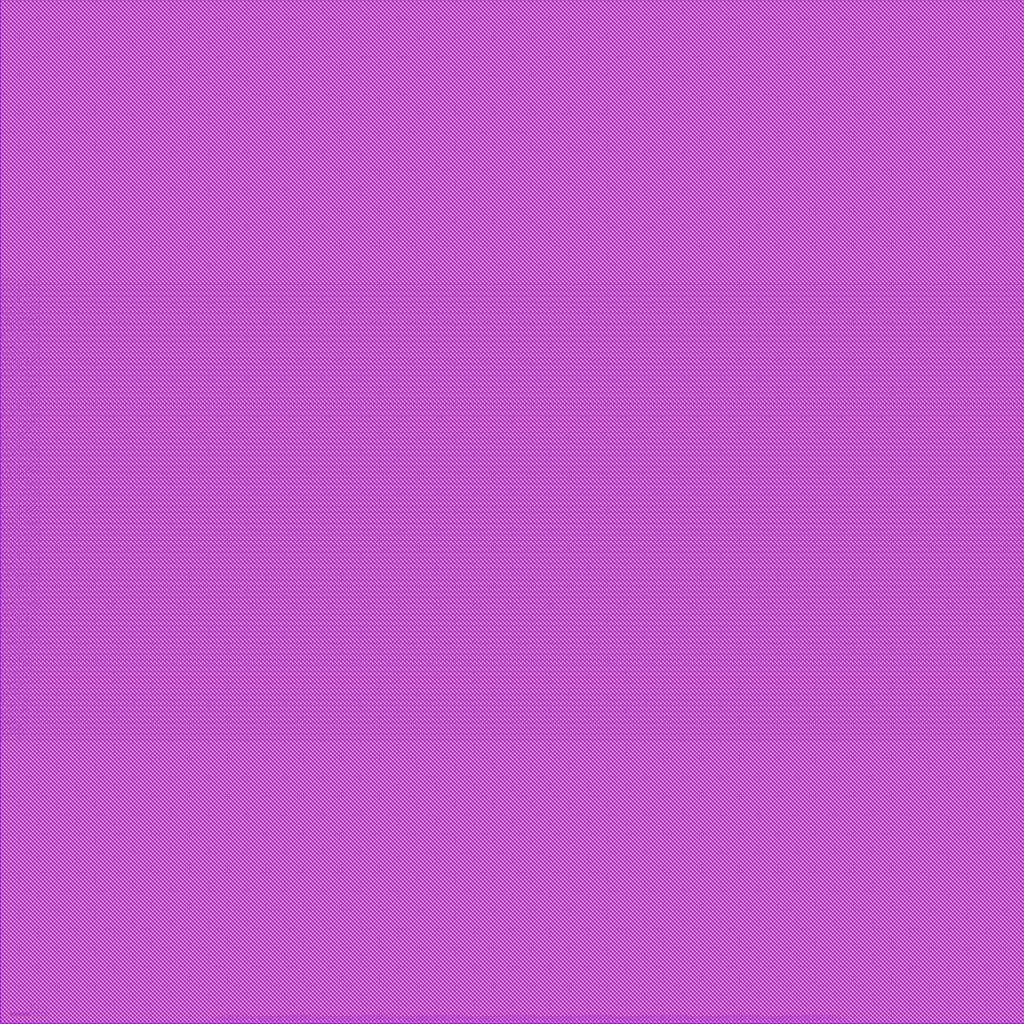
<source format=lef>
##
## LEF for PtnCells ;
## created by Innovus v15.23-s045_1 on Sun Mar 16 13:55:00 2025
##

VERSION 5.8 ;

BUSBITCHARS "[]" ;
DIVIDERCHAR "/" ;

MACRO core
  CLASS BLOCK ;
  SIZE 540.0000 BY 540.0000 ;
  FOREIGN core 0.0000 0.0000 ;
  ORIGIN 0 0 ;
  SYMMETRY X Y R90 ;
  PIN clk
    DIRECTION INPUT ;
    USE SIGNAL ;
    PORT
      LAYER M1 ;
        RECT 267.2550 539.5300 267.3450 540.0000 ;
    END
  END clk
  PIN mem_in[63]
    DIRECTION INPUT ;
    USE SIGNAL ;
    PORT
      LAYER M2 ;
        RECT 0.0000 389.7500 0.5200 389.8500 ;
    END
  END mem_in[63]
  PIN mem_in[62]
    DIRECTION INPUT ;
    USE SIGNAL ;
    PORT
      LAYER M2 ;
        RECT 0.0000 386.7500 0.5200 386.8500 ;
    END
  END mem_in[62]
  PIN mem_in[61]
    DIRECTION INPUT ;
    USE SIGNAL ;
    PORT
      LAYER M2 ;
        RECT 0.0000 383.7500 0.5200 383.8500 ;
    END
  END mem_in[61]
  PIN mem_in[60]
    DIRECTION INPUT ;
    USE SIGNAL ;
    PORT
      LAYER M2 ;
        RECT 0.0000 380.7500 0.5200 380.8500 ;
    END
  END mem_in[60]
  PIN mem_in[59]
    DIRECTION INPUT ;
    USE SIGNAL ;
    PORT
      LAYER M2 ;
        RECT 0.0000 377.7500 0.5200 377.8500 ;
    END
  END mem_in[59]
  PIN mem_in[58]
    DIRECTION INPUT ;
    USE SIGNAL ;
    PORT
      LAYER M2 ;
        RECT 0.0000 374.7500 0.5200 374.8500 ;
    END
  END mem_in[58]
  PIN mem_in[57]
    DIRECTION INPUT ;
    USE SIGNAL ;
    PORT
      LAYER M2 ;
        RECT 0.0000 371.7500 0.5200 371.8500 ;
    END
  END mem_in[57]
  PIN mem_in[56]
    DIRECTION INPUT ;
    USE SIGNAL ;
    PORT
      LAYER M2 ;
        RECT 0.0000 368.7500 0.5200 368.8500 ;
    END
  END mem_in[56]
  PIN mem_in[55]
    DIRECTION INPUT ;
    USE SIGNAL ;
    PORT
      LAYER M2 ;
        RECT 0.0000 365.7500 0.5200 365.8500 ;
    END
  END mem_in[55]
  PIN mem_in[54]
    DIRECTION INPUT ;
    USE SIGNAL ;
    PORT
      LAYER M2 ;
        RECT 0.0000 362.7500 0.5200 362.8500 ;
    END
  END mem_in[54]
  PIN mem_in[53]
    DIRECTION INPUT ;
    USE SIGNAL ;
    PORT
      LAYER M2 ;
        RECT 0.0000 359.7500 0.5200 359.8500 ;
    END
  END mem_in[53]
  PIN mem_in[52]
    DIRECTION INPUT ;
    USE SIGNAL ;
    PORT
      LAYER M2 ;
        RECT 0.0000 356.7500 0.5200 356.8500 ;
    END
  END mem_in[52]
  PIN mem_in[51]
    DIRECTION INPUT ;
    USE SIGNAL ;
    PORT
      LAYER M2 ;
        RECT 0.0000 353.7500 0.5200 353.8500 ;
    END
  END mem_in[51]
  PIN mem_in[50]
    DIRECTION INPUT ;
    USE SIGNAL ;
    PORT
      LAYER M2 ;
        RECT 0.0000 350.7500 0.5200 350.8500 ;
    END
  END mem_in[50]
  PIN mem_in[49]
    DIRECTION INPUT ;
    USE SIGNAL ;
    PORT
      LAYER M2 ;
        RECT 0.0000 347.7500 0.5200 347.8500 ;
    END
  END mem_in[49]
  PIN mem_in[48]
    DIRECTION INPUT ;
    USE SIGNAL ;
    PORT
      LAYER M2 ;
        RECT 0.0000 344.7500 0.5200 344.8500 ;
    END
  END mem_in[48]
  PIN mem_in[47]
    DIRECTION INPUT ;
    USE SIGNAL ;
    PORT
      LAYER M2 ;
        RECT 0.0000 341.7500 0.5200 341.8500 ;
    END
  END mem_in[47]
  PIN mem_in[46]
    DIRECTION INPUT ;
    USE SIGNAL ;
    PORT
      LAYER M2 ;
        RECT 0.0000 338.7500 0.5200 338.8500 ;
    END
  END mem_in[46]
  PIN mem_in[45]
    DIRECTION INPUT ;
    USE SIGNAL ;
    PORT
      LAYER M2 ;
        RECT 0.0000 335.7500 0.5200 335.8500 ;
    END
  END mem_in[45]
  PIN mem_in[44]
    DIRECTION INPUT ;
    USE SIGNAL ;
    PORT
      LAYER M2 ;
        RECT 0.0000 332.7500 0.5200 332.8500 ;
    END
  END mem_in[44]
  PIN mem_in[43]
    DIRECTION INPUT ;
    USE SIGNAL ;
    PORT
      LAYER M2 ;
        RECT 0.0000 329.7500 0.5200 329.8500 ;
    END
  END mem_in[43]
  PIN mem_in[42]
    DIRECTION INPUT ;
    USE SIGNAL ;
    PORT
      LAYER M2 ;
        RECT 0.0000 326.7500 0.5200 326.8500 ;
    END
  END mem_in[42]
  PIN mem_in[41]
    DIRECTION INPUT ;
    USE SIGNAL ;
    PORT
      LAYER M2 ;
        RECT 0.0000 323.7500 0.5200 323.8500 ;
    END
  END mem_in[41]
  PIN mem_in[40]
    DIRECTION INPUT ;
    USE SIGNAL ;
    PORT
      LAYER M2 ;
        RECT 0.0000 320.7500 0.5200 320.8500 ;
    END
  END mem_in[40]
  PIN mem_in[39]
    DIRECTION INPUT ;
    USE SIGNAL ;
    PORT
      LAYER M2 ;
        RECT 0.0000 317.7500 0.5200 317.8500 ;
    END
  END mem_in[39]
  PIN mem_in[38]
    DIRECTION INPUT ;
    USE SIGNAL ;
    PORT
      LAYER M2 ;
        RECT 0.0000 314.7500 0.5200 314.8500 ;
    END
  END mem_in[38]
  PIN mem_in[37]
    DIRECTION INPUT ;
    USE SIGNAL ;
    PORT
      LAYER M2 ;
        RECT 0.0000 311.7500 0.5200 311.8500 ;
    END
  END mem_in[37]
  PIN mem_in[36]
    DIRECTION INPUT ;
    USE SIGNAL ;
    PORT
      LAYER M2 ;
        RECT 0.0000 308.7500 0.5200 308.8500 ;
    END
  END mem_in[36]
  PIN mem_in[35]
    DIRECTION INPUT ;
    USE SIGNAL ;
    PORT
      LAYER M2 ;
        RECT 0.0000 305.7500 0.5200 305.8500 ;
    END
  END mem_in[35]
  PIN mem_in[34]
    DIRECTION INPUT ;
    USE SIGNAL ;
    PORT
      LAYER M2 ;
        RECT 0.0000 302.7500 0.5200 302.8500 ;
    END
  END mem_in[34]
  PIN mem_in[33]
    DIRECTION INPUT ;
    USE SIGNAL ;
    PORT
      LAYER M2 ;
        RECT 0.0000 299.7500 0.5200 299.8500 ;
    END
  END mem_in[33]
  PIN mem_in[32]
    DIRECTION INPUT ;
    USE SIGNAL ;
    PORT
      LAYER M2 ;
        RECT 0.0000 296.7500 0.5200 296.8500 ;
    END
  END mem_in[32]
  PIN mem_in[31]
    DIRECTION INPUT ;
    USE SIGNAL ;
    PORT
      LAYER M2 ;
        RECT 0.0000 293.7500 0.5200 293.8500 ;
    END
  END mem_in[31]
  PIN mem_in[30]
    DIRECTION INPUT ;
    USE SIGNAL ;
    PORT
      LAYER M2 ;
        RECT 0.0000 290.7500 0.5200 290.8500 ;
    END
  END mem_in[30]
  PIN mem_in[29]
    DIRECTION INPUT ;
    USE SIGNAL ;
    PORT
      LAYER M2 ;
        RECT 0.0000 287.7500 0.5200 287.8500 ;
    END
  END mem_in[29]
  PIN mem_in[28]
    DIRECTION INPUT ;
    USE SIGNAL ;
    PORT
      LAYER M2 ;
        RECT 0.0000 284.7500 0.5200 284.8500 ;
    END
  END mem_in[28]
  PIN mem_in[27]
    DIRECTION INPUT ;
    USE SIGNAL ;
    PORT
      LAYER M2 ;
        RECT 0.0000 281.7500 0.5200 281.8500 ;
    END
  END mem_in[27]
  PIN mem_in[26]
    DIRECTION INPUT ;
    USE SIGNAL ;
    PORT
      LAYER M2 ;
        RECT 0.0000 278.7500 0.5200 278.8500 ;
    END
  END mem_in[26]
  PIN mem_in[25]
    DIRECTION INPUT ;
    USE SIGNAL ;
    PORT
      LAYER M2 ;
        RECT 0.0000 275.7500 0.5200 275.8500 ;
    END
  END mem_in[25]
  PIN mem_in[24]
    DIRECTION INPUT ;
    USE SIGNAL ;
    PORT
      LAYER M2 ;
        RECT 0.0000 272.7500 0.5200 272.8500 ;
    END
  END mem_in[24]
  PIN mem_in[23]
    DIRECTION INPUT ;
    USE SIGNAL ;
    PORT
      LAYER M2 ;
        RECT 0.0000 269.7500 0.5200 269.8500 ;
    END
  END mem_in[23]
  PIN mem_in[22]
    DIRECTION INPUT ;
    USE SIGNAL ;
    PORT
      LAYER M2 ;
        RECT 0.0000 266.7500 0.5200 266.8500 ;
    END
  END mem_in[22]
  PIN mem_in[21]
    DIRECTION INPUT ;
    USE SIGNAL ;
    PORT
      LAYER M2 ;
        RECT 0.0000 263.7500 0.5200 263.8500 ;
    END
  END mem_in[21]
  PIN mem_in[20]
    DIRECTION INPUT ;
    USE SIGNAL ;
    PORT
      LAYER M2 ;
        RECT 0.0000 260.7500 0.5200 260.8500 ;
    END
  END mem_in[20]
  PIN mem_in[19]
    DIRECTION INPUT ;
    USE SIGNAL ;
    PORT
      LAYER M2 ;
        RECT 0.0000 257.7500 0.5200 257.8500 ;
    END
  END mem_in[19]
  PIN mem_in[18]
    DIRECTION INPUT ;
    USE SIGNAL ;
    PORT
      LAYER M2 ;
        RECT 0.0000 254.7500 0.5200 254.8500 ;
    END
  END mem_in[18]
  PIN mem_in[17]
    DIRECTION INPUT ;
    USE SIGNAL ;
    PORT
      LAYER M2 ;
        RECT 0.0000 251.7500 0.5200 251.8500 ;
    END
  END mem_in[17]
  PIN mem_in[16]
    DIRECTION INPUT ;
    USE SIGNAL ;
    PORT
      LAYER M2 ;
        RECT 0.0000 248.7500 0.5200 248.8500 ;
    END
  END mem_in[16]
  PIN mem_in[15]
    DIRECTION INPUT ;
    USE SIGNAL ;
    PORT
      LAYER M2 ;
        RECT 0.0000 245.7500 0.5200 245.8500 ;
    END
  END mem_in[15]
  PIN mem_in[14]
    DIRECTION INPUT ;
    USE SIGNAL ;
    PORT
      LAYER M2 ;
        RECT 0.0000 242.7500 0.5200 242.8500 ;
    END
  END mem_in[14]
  PIN mem_in[13]
    DIRECTION INPUT ;
    USE SIGNAL ;
    PORT
      LAYER M2 ;
        RECT 0.0000 239.7500 0.5200 239.8500 ;
    END
  END mem_in[13]
  PIN mem_in[12]
    DIRECTION INPUT ;
    USE SIGNAL ;
    PORT
      LAYER M2 ;
        RECT 0.0000 236.7500 0.5200 236.8500 ;
    END
  END mem_in[12]
  PIN mem_in[11]
    DIRECTION INPUT ;
    USE SIGNAL ;
    PORT
      LAYER M2 ;
        RECT 0.0000 233.7500 0.5200 233.8500 ;
    END
  END mem_in[11]
  PIN mem_in[10]
    DIRECTION INPUT ;
    USE SIGNAL ;
    PORT
      LAYER M2 ;
        RECT 0.0000 230.7500 0.5200 230.8500 ;
    END
  END mem_in[10]
  PIN mem_in[9]
    DIRECTION INPUT ;
    USE SIGNAL ;
    PORT
      LAYER M2 ;
        RECT 0.0000 227.7500 0.5200 227.8500 ;
    END
  END mem_in[9]
  PIN mem_in[8]
    DIRECTION INPUT ;
    USE SIGNAL ;
    PORT
      LAYER M2 ;
        RECT 0.0000 224.7500 0.5200 224.8500 ;
    END
  END mem_in[8]
  PIN mem_in[7]
    DIRECTION INPUT ;
    USE SIGNAL ;
    PORT
      LAYER M2 ;
        RECT 0.0000 221.7500 0.5200 221.8500 ;
    END
  END mem_in[7]
  PIN mem_in[6]
    DIRECTION INPUT ;
    USE SIGNAL ;
    PORT
      LAYER M2 ;
        RECT 0.0000 218.7500 0.5200 218.8500 ;
    END
  END mem_in[6]
  PIN mem_in[5]
    DIRECTION INPUT ;
    USE SIGNAL ;
    PORT
      LAYER M2 ;
        RECT 0.0000 215.7500 0.5200 215.8500 ;
    END
  END mem_in[5]
  PIN mem_in[4]
    DIRECTION INPUT ;
    USE SIGNAL ;
    PORT
      LAYER M2 ;
        RECT 0.0000 212.7500 0.5200 212.8500 ;
    END
  END mem_in[4]
  PIN mem_in[3]
    DIRECTION INPUT ;
    USE SIGNAL ;
    PORT
      LAYER M2 ;
        RECT 0.0000 209.7500 0.5200 209.8500 ;
    END
  END mem_in[3]
  PIN mem_in[2]
    DIRECTION INPUT ;
    USE SIGNAL ;
    PORT
      LAYER M2 ;
        RECT 0.0000 206.7500 0.5200 206.8500 ;
    END
  END mem_in[2]
  PIN mem_in[1]
    DIRECTION INPUT ;
    USE SIGNAL ;
    PORT
      LAYER M2 ;
        RECT 0.0000 203.7500 0.5200 203.8500 ;
    END
  END mem_in[1]
  PIN mem_in[0]
    DIRECTION INPUT ;
    USE SIGNAL ;
    PORT
      LAYER M2 ;
        RECT 0.0000 200.7500 0.5200 200.8500 ;
    END
  END mem_in[0]
  PIN out[159]
    DIRECTION OUTPUT ;
    USE SIGNAL ;
    PORT
      LAYER M1 ;
        RECT 428.8550 0.0000 428.9450 0.4700 ;
    END
  END out[159]
  PIN out[158]
    DIRECTION OUTPUT ;
    USE SIGNAL ;
    PORT
      LAYER M1 ;
        RECT 426.8550 0.0000 426.9450 0.4700 ;
    END
  END out[158]
  PIN out[157]
    DIRECTION OUTPUT ;
    USE SIGNAL ;
    PORT
      LAYER M1 ;
        RECT 424.8550 0.0000 424.9450 0.4700 ;
    END
  END out[157]
  PIN out[156]
    DIRECTION OUTPUT ;
    USE SIGNAL ;
    PORT
      LAYER M1 ;
        RECT 422.8550 0.0000 422.9450 0.4700 ;
    END
  END out[156]
  PIN out[155]
    DIRECTION OUTPUT ;
    USE SIGNAL ;
    PORT
      LAYER M1 ;
        RECT 420.8550 0.0000 420.9450 0.4700 ;
    END
  END out[155]
  PIN out[154]
    DIRECTION OUTPUT ;
    USE SIGNAL ;
    PORT
      LAYER M1 ;
        RECT 418.8550 0.0000 418.9450 0.4700 ;
    END
  END out[154]
  PIN out[153]
    DIRECTION OUTPUT ;
    USE SIGNAL ;
    PORT
      LAYER M1 ;
        RECT 416.8550 0.0000 416.9450 0.4700 ;
    END
  END out[153]
  PIN out[152]
    DIRECTION OUTPUT ;
    USE SIGNAL ;
    PORT
      LAYER M1 ;
        RECT 414.8550 0.0000 414.9450 0.4700 ;
    END
  END out[152]
  PIN out[151]
    DIRECTION OUTPUT ;
    USE SIGNAL ;
    PORT
      LAYER M1 ;
        RECT 412.8550 0.0000 412.9450 0.4700 ;
    END
  END out[151]
  PIN out[150]
    DIRECTION OUTPUT ;
    USE SIGNAL ;
    PORT
      LAYER M1 ;
        RECT 410.8550 0.0000 410.9450 0.4700 ;
    END
  END out[150]
  PIN out[149]
    DIRECTION OUTPUT ;
    USE SIGNAL ;
    PORT
      LAYER M1 ;
        RECT 408.8550 0.0000 408.9450 0.4700 ;
    END
  END out[149]
  PIN out[148]
    DIRECTION OUTPUT ;
    USE SIGNAL ;
    PORT
      LAYER M1 ;
        RECT 406.8550 0.0000 406.9450 0.4700 ;
    END
  END out[148]
  PIN out[147]
    DIRECTION OUTPUT ;
    USE SIGNAL ;
    PORT
      LAYER M1 ;
        RECT 404.8550 0.0000 404.9450 0.4700 ;
    END
  END out[147]
  PIN out[146]
    DIRECTION OUTPUT ;
    USE SIGNAL ;
    PORT
      LAYER M1 ;
        RECT 402.8550 0.0000 402.9450 0.4700 ;
    END
  END out[146]
  PIN out[145]
    DIRECTION OUTPUT ;
    USE SIGNAL ;
    PORT
      LAYER M1 ;
        RECT 400.8550 0.0000 400.9450 0.4700 ;
    END
  END out[145]
  PIN out[144]
    DIRECTION OUTPUT ;
    USE SIGNAL ;
    PORT
      LAYER M1 ;
        RECT 398.8550 0.0000 398.9450 0.4700 ;
    END
  END out[144]
  PIN out[143]
    DIRECTION OUTPUT ;
    USE SIGNAL ;
    PORT
      LAYER M1 ;
        RECT 396.8550 0.0000 396.9450 0.4700 ;
    END
  END out[143]
  PIN out[142]
    DIRECTION OUTPUT ;
    USE SIGNAL ;
    PORT
      LAYER M1 ;
        RECT 394.8550 0.0000 394.9450 0.4700 ;
    END
  END out[142]
  PIN out[141]
    DIRECTION OUTPUT ;
    USE SIGNAL ;
    PORT
      LAYER M1 ;
        RECT 392.8550 0.0000 392.9450 0.4700 ;
    END
  END out[141]
  PIN out[140]
    DIRECTION OUTPUT ;
    USE SIGNAL ;
    PORT
      LAYER M1 ;
        RECT 390.8550 0.0000 390.9450 0.4700 ;
    END
  END out[140]
  PIN out[139]
    DIRECTION OUTPUT ;
    USE SIGNAL ;
    PORT
      LAYER M1 ;
        RECT 388.8550 0.0000 388.9450 0.4700 ;
    END
  END out[139]
  PIN out[138]
    DIRECTION OUTPUT ;
    USE SIGNAL ;
    PORT
      LAYER M1 ;
        RECT 386.8550 0.0000 386.9450 0.4700 ;
    END
  END out[138]
  PIN out[137]
    DIRECTION OUTPUT ;
    USE SIGNAL ;
    PORT
      LAYER M1 ;
        RECT 384.8550 0.0000 384.9450 0.4700 ;
    END
  END out[137]
  PIN out[136]
    DIRECTION OUTPUT ;
    USE SIGNAL ;
    PORT
      LAYER M1 ;
        RECT 382.8550 0.0000 382.9450 0.4700 ;
    END
  END out[136]
  PIN out[135]
    DIRECTION OUTPUT ;
    USE SIGNAL ;
    PORT
      LAYER M1 ;
        RECT 380.8550 0.0000 380.9450 0.4700 ;
    END
  END out[135]
  PIN out[134]
    DIRECTION OUTPUT ;
    USE SIGNAL ;
    PORT
      LAYER M1 ;
        RECT 378.8550 0.0000 378.9450 0.4700 ;
    END
  END out[134]
  PIN out[133]
    DIRECTION OUTPUT ;
    USE SIGNAL ;
    PORT
      LAYER M1 ;
        RECT 376.8550 0.0000 376.9450 0.4700 ;
    END
  END out[133]
  PIN out[132]
    DIRECTION OUTPUT ;
    USE SIGNAL ;
    PORT
      LAYER M1 ;
        RECT 374.8550 0.0000 374.9450 0.4700 ;
    END
  END out[132]
  PIN out[131]
    DIRECTION OUTPUT ;
    USE SIGNAL ;
    PORT
      LAYER M1 ;
        RECT 372.8550 0.0000 372.9450 0.4700 ;
    END
  END out[131]
  PIN out[130]
    DIRECTION OUTPUT ;
    USE SIGNAL ;
    PORT
      LAYER M1 ;
        RECT 370.8550 0.0000 370.9450 0.4700 ;
    END
  END out[130]
  PIN out[129]
    DIRECTION OUTPUT ;
    USE SIGNAL ;
    PORT
      LAYER M1 ;
        RECT 368.8550 0.0000 368.9450 0.4700 ;
    END
  END out[129]
  PIN out[128]
    DIRECTION OUTPUT ;
    USE SIGNAL ;
    PORT
      LAYER M1 ;
        RECT 366.8550 0.0000 366.9450 0.4700 ;
    END
  END out[128]
  PIN out[127]
    DIRECTION OUTPUT ;
    USE SIGNAL ;
    PORT
      LAYER M1 ;
        RECT 364.8550 0.0000 364.9450 0.4700 ;
    END
  END out[127]
  PIN out[126]
    DIRECTION OUTPUT ;
    USE SIGNAL ;
    PORT
      LAYER M1 ;
        RECT 362.8550 0.0000 362.9450 0.4700 ;
    END
  END out[126]
  PIN out[125]
    DIRECTION OUTPUT ;
    USE SIGNAL ;
    PORT
      LAYER M1 ;
        RECT 360.8550 0.0000 360.9450 0.4700 ;
    END
  END out[125]
  PIN out[124]
    DIRECTION OUTPUT ;
    USE SIGNAL ;
    PORT
      LAYER M1 ;
        RECT 358.8550 0.0000 358.9450 0.4700 ;
    END
  END out[124]
  PIN out[123]
    DIRECTION OUTPUT ;
    USE SIGNAL ;
    PORT
      LAYER M1 ;
        RECT 356.8550 0.0000 356.9450 0.4700 ;
    END
  END out[123]
  PIN out[122]
    DIRECTION OUTPUT ;
    USE SIGNAL ;
    PORT
      LAYER M1 ;
        RECT 354.8550 0.0000 354.9450 0.4700 ;
    END
  END out[122]
  PIN out[121]
    DIRECTION OUTPUT ;
    USE SIGNAL ;
    PORT
      LAYER M1 ;
        RECT 352.8550 0.0000 352.9450 0.4700 ;
    END
  END out[121]
  PIN out[120]
    DIRECTION OUTPUT ;
    USE SIGNAL ;
    PORT
      LAYER M1 ;
        RECT 350.8550 0.0000 350.9450 0.4700 ;
    END
  END out[120]
  PIN out[119]
    DIRECTION OUTPUT ;
    USE SIGNAL ;
    PORT
      LAYER M1 ;
        RECT 348.8550 0.0000 348.9450 0.4700 ;
    END
  END out[119]
  PIN out[118]
    DIRECTION OUTPUT ;
    USE SIGNAL ;
    PORT
      LAYER M1 ;
        RECT 346.8550 0.0000 346.9450 0.4700 ;
    END
  END out[118]
  PIN out[117]
    DIRECTION OUTPUT ;
    USE SIGNAL ;
    PORT
      LAYER M1 ;
        RECT 344.8550 0.0000 344.9450 0.4700 ;
    END
  END out[117]
  PIN out[116]
    DIRECTION OUTPUT ;
    USE SIGNAL ;
    PORT
      LAYER M1 ;
        RECT 342.8550 0.0000 342.9450 0.4700 ;
    END
  END out[116]
  PIN out[115]
    DIRECTION OUTPUT ;
    USE SIGNAL ;
    PORT
      LAYER M1 ;
        RECT 340.8550 0.0000 340.9450 0.4700 ;
    END
  END out[115]
  PIN out[114]
    DIRECTION OUTPUT ;
    USE SIGNAL ;
    PORT
      LAYER M1 ;
        RECT 338.8550 0.0000 338.9450 0.4700 ;
    END
  END out[114]
  PIN out[113]
    DIRECTION OUTPUT ;
    USE SIGNAL ;
    PORT
      LAYER M1 ;
        RECT 336.8550 0.0000 336.9450 0.4700 ;
    END
  END out[113]
  PIN out[112]
    DIRECTION OUTPUT ;
    USE SIGNAL ;
    PORT
      LAYER M1 ;
        RECT 334.8550 0.0000 334.9450 0.4700 ;
    END
  END out[112]
  PIN out[111]
    DIRECTION OUTPUT ;
    USE SIGNAL ;
    PORT
      LAYER M1 ;
        RECT 332.8550 0.0000 332.9450 0.4700 ;
    END
  END out[111]
  PIN out[110]
    DIRECTION OUTPUT ;
    USE SIGNAL ;
    PORT
      LAYER M1 ;
        RECT 330.8550 0.0000 330.9450 0.4700 ;
    END
  END out[110]
  PIN out[109]
    DIRECTION OUTPUT ;
    USE SIGNAL ;
    PORT
      LAYER M1 ;
        RECT 328.8550 0.0000 328.9450 0.4700 ;
    END
  END out[109]
  PIN out[108]
    DIRECTION OUTPUT ;
    USE SIGNAL ;
    PORT
      LAYER M1 ;
        RECT 326.8550 0.0000 326.9450 0.4700 ;
    END
  END out[108]
  PIN out[107]
    DIRECTION OUTPUT ;
    USE SIGNAL ;
    PORT
      LAYER M1 ;
        RECT 324.8550 0.0000 324.9450 0.4700 ;
    END
  END out[107]
  PIN out[106]
    DIRECTION OUTPUT ;
    USE SIGNAL ;
    PORT
      LAYER M1 ;
        RECT 322.8550 0.0000 322.9450 0.4700 ;
    END
  END out[106]
  PIN out[105]
    DIRECTION OUTPUT ;
    USE SIGNAL ;
    PORT
      LAYER M1 ;
        RECT 320.8550 0.0000 320.9450 0.4700 ;
    END
  END out[105]
  PIN out[104]
    DIRECTION OUTPUT ;
    USE SIGNAL ;
    PORT
      LAYER M1 ;
        RECT 318.8550 0.0000 318.9450 0.4700 ;
    END
  END out[104]
  PIN out[103]
    DIRECTION OUTPUT ;
    USE SIGNAL ;
    PORT
      LAYER M1 ;
        RECT 316.8550 0.0000 316.9450 0.4700 ;
    END
  END out[103]
  PIN out[102]
    DIRECTION OUTPUT ;
    USE SIGNAL ;
    PORT
      LAYER M1 ;
        RECT 314.8550 0.0000 314.9450 0.4700 ;
    END
  END out[102]
  PIN out[101]
    DIRECTION OUTPUT ;
    USE SIGNAL ;
    PORT
      LAYER M1 ;
        RECT 312.8550 0.0000 312.9450 0.4700 ;
    END
  END out[101]
  PIN out[100]
    DIRECTION OUTPUT ;
    USE SIGNAL ;
    PORT
      LAYER M1 ;
        RECT 310.8550 0.0000 310.9450 0.4700 ;
    END
  END out[100]
  PIN out[99]
    DIRECTION OUTPUT ;
    USE SIGNAL ;
    PORT
      LAYER M1 ;
        RECT 308.8550 0.0000 308.9450 0.4700 ;
    END
  END out[99]
  PIN out[98]
    DIRECTION OUTPUT ;
    USE SIGNAL ;
    PORT
      LAYER M1 ;
        RECT 306.8550 0.0000 306.9450 0.4700 ;
    END
  END out[98]
  PIN out[97]
    DIRECTION OUTPUT ;
    USE SIGNAL ;
    PORT
      LAYER M1 ;
        RECT 304.8550 0.0000 304.9450 0.4700 ;
    END
  END out[97]
  PIN out[96]
    DIRECTION OUTPUT ;
    USE SIGNAL ;
    PORT
      LAYER M1 ;
        RECT 302.8550 0.0000 302.9450 0.4700 ;
    END
  END out[96]
  PIN out[95]
    DIRECTION OUTPUT ;
    USE SIGNAL ;
    PORT
      LAYER M1 ;
        RECT 300.8550 0.0000 300.9450 0.4700 ;
    END
  END out[95]
  PIN out[94]
    DIRECTION OUTPUT ;
    USE SIGNAL ;
    PORT
      LAYER M1 ;
        RECT 298.8550 0.0000 298.9450 0.4700 ;
    END
  END out[94]
  PIN out[93]
    DIRECTION OUTPUT ;
    USE SIGNAL ;
    PORT
      LAYER M1 ;
        RECT 296.8550 0.0000 296.9450 0.4700 ;
    END
  END out[93]
  PIN out[92]
    DIRECTION OUTPUT ;
    USE SIGNAL ;
    PORT
      LAYER M1 ;
        RECT 294.8550 0.0000 294.9450 0.4700 ;
    END
  END out[92]
  PIN out[91]
    DIRECTION OUTPUT ;
    USE SIGNAL ;
    PORT
      LAYER M1 ;
        RECT 292.8550 0.0000 292.9450 0.4700 ;
    END
  END out[91]
  PIN out[90]
    DIRECTION OUTPUT ;
    USE SIGNAL ;
    PORT
      LAYER M1 ;
        RECT 290.8550 0.0000 290.9450 0.4700 ;
    END
  END out[90]
  PIN out[89]
    DIRECTION OUTPUT ;
    USE SIGNAL ;
    PORT
      LAYER M1 ;
        RECT 288.8550 0.0000 288.9450 0.4700 ;
    END
  END out[89]
  PIN out[88]
    DIRECTION OUTPUT ;
    USE SIGNAL ;
    PORT
      LAYER M1 ;
        RECT 286.8550 0.0000 286.9450 0.4700 ;
    END
  END out[88]
  PIN out[87]
    DIRECTION OUTPUT ;
    USE SIGNAL ;
    PORT
      LAYER M1 ;
        RECT 284.8550 0.0000 284.9450 0.4700 ;
    END
  END out[87]
  PIN out[86]
    DIRECTION OUTPUT ;
    USE SIGNAL ;
    PORT
      LAYER M1 ;
        RECT 282.8550 0.0000 282.9450 0.4700 ;
    END
  END out[86]
  PIN out[85]
    DIRECTION OUTPUT ;
    USE SIGNAL ;
    PORT
      LAYER M1 ;
        RECT 280.8550 0.0000 280.9450 0.4700 ;
    END
  END out[85]
  PIN out[84]
    DIRECTION OUTPUT ;
    USE SIGNAL ;
    PORT
      LAYER M1 ;
        RECT 278.8550 0.0000 278.9450 0.4700 ;
    END
  END out[84]
  PIN out[83]
    DIRECTION OUTPUT ;
    USE SIGNAL ;
    PORT
      LAYER M1 ;
        RECT 276.8550 0.0000 276.9450 0.4700 ;
    END
  END out[83]
  PIN out[82]
    DIRECTION OUTPUT ;
    USE SIGNAL ;
    PORT
      LAYER M1 ;
        RECT 274.8550 0.0000 274.9450 0.4700 ;
    END
  END out[82]
  PIN out[81]
    DIRECTION OUTPUT ;
    USE SIGNAL ;
    PORT
      LAYER M1 ;
        RECT 272.8550 0.0000 272.9450 0.4700 ;
    END
  END out[81]
  PIN out[80]
    DIRECTION OUTPUT ;
    USE SIGNAL ;
    PORT
      LAYER M1 ;
        RECT 270.8550 0.0000 270.9450 0.4700 ;
    END
  END out[80]
  PIN out[79]
    DIRECTION OUTPUT ;
    USE SIGNAL ;
    PORT
      LAYER M1 ;
        RECT 268.8550 0.0000 268.9450 0.4700 ;
    END
  END out[79]
  PIN out[78]
    DIRECTION OUTPUT ;
    USE SIGNAL ;
    PORT
      LAYER M1 ;
        RECT 266.8550 0.0000 266.9450 0.4700 ;
    END
  END out[78]
  PIN out[77]
    DIRECTION OUTPUT ;
    USE SIGNAL ;
    PORT
      LAYER M1 ;
        RECT 264.8550 0.0000 264.9450 0.4700 ;
    END
  END out[77]
  PIN out[76]
    DIRECTION OUTPUT ;
    USE SIGNAL ;
    PORT
      LAYER M1 ;
        RECT 262.8550 0.0000 262.9450 0.4700 ;
    END
  END out[76]
  PIN out[75]
    DIRECTION OUTPUT ;
    USE SIGNAL ;
    PORT
      LAYER M1 ;
        RECT 260.8550 0.0000 260.9450 0.4700 ;
    END
  END out[75]
  PIN out[74]
    DIRECTION OUTPUT ;
    USE SIGNAL ;
    PORT
      LAYER M1 ;
        RECT 258.8550 0.0000 258.9450 0.4700 ;
    END
  END out[74]
  PIN out[73]
    DIRECTION OUTPUT ;
    USE SIGNAL ;
    PORT
      LAYER M1 ;
        RECT 256.8550 0.0000 256.9450 0.4700 ;
    END
  END out[73]
  PIN out[72]
    DIRECTION OUTPUT ;
    USE SIGNAL ;
    PORT
      LAYER M1 ;
        RECT 254.8550 0.0000 254.9450 0.4700 ;
    END
  END out[72]
  PIN out[71]
    DIRECTION OUTPUT ;
    USE SIGNAL ;
    PORT
      LAYER M1 ;
        RECT 252.8550 0.0000 252.9450 0.4700 ;
    END
  END out[71]
  PIN out[70]
    DIRECTION OUTPUT ;
    USE SIGNAL ;
    PORT
      LAYER M1 ;
        RECT 250.8550 0.0000 250.9450 0.4700 ;
    END
  END out[70]
  PIN out[69]
    DIRECTION OUTPUT ;
    USE SIGNAL ;
    PORT
      LAYER M1 ;
        RECT 248.8550 0.0000 248.9450 0.4700 ;
    END
  END out[69]
  PIN out[68]
    DIRECTION OUTPUT ;
    USE SIGNAL ;
    PORT
      LAYER M1 ;
        RECT 246.8550 0.0000 246.9450 0.4700 ;
    END
  END out[68]
  PIN out[67]
    DIRECTION OUTPUT ;
    USE SIGNAL ;
    PORT
      LAYER M1 ;
        RECT 244.8550 0.0000 244.9450 0.4700 ;
    END
  END out[67]
  PIN out[66]
    DIRECTION OUTPUT ;
    USE SIGNAL ;
    PORT
      LAYER M1 ;
        RECT 242.8550 0.0000 242.9450 0.4700 ;
    END
  END out[66]
  PIN out[65]
    DIRECTION OUTPUT ;
    USE SIGNAL ;
    PORT
      LAYER M1 ;
        RECT 240.8550 0.0000 240.9450 0.4700 ;
    END
  END out[65]
  PIN out[64]
    DIRECTION OUTPUT ;
    USE SIGNAL ;
    PORT
      LAYER M1 ;
        RECT 238.8550 0.0000 238.9450 0.4700 ;
    END
  END out[64]
  PIN out[63]
    DIRECTION OUTPUT ;
    USE SIGNAL ;
    PORT
      LAYER M1 ;
        RECT 236.8550 0.0000 236.9450 0.4700 ;
    END
  END out[63]
  PIN out[62]
    DIRECTION OUTPUT ;
    USE SIGNAL ;
    PORT
      LAYER M1 ;
        RECT 234.8550 0.0000 234.9450 0.4700 ;
    END
  END out[62]
  PIN out[61]
    DIRECTION OUTPUT ;
    USE SIGNAL ;
    PORT
      LAYER M1 ;
        RECT 232.8550 0.0000 232.9450 0.4700 ;
    END
  END out[61]
  PIN out[60]
    DIRECTION OUTPUT ;
    USE SIGNAL ;
    PORT
      LAYER M1 ;
        RECT 230.8550 0.0000 230.9450 0.4700 ;
    END
  END out[60]
  PIN out[59]
    DIRECTION OUTPUT ;
    USE SIGNAL ;
    PORT
      LAYER M1 ;
        RECT 228.8550 0.0000 228.9450 0.4700 ;
    END
  END out[59]
  PIN out[58]
    DIRECTION OUTPUT ;
    USE SIGNAL ;
    PORT
      LAYER M1 ;
        RECT 226.8550 0.0000 226.9450 0.4700 ;
    END
  END out[58]
  PIN out[57]
    DIRECTION OUTPUT ;
    USE SIGNAL ;
    PORT
      LAYER M1 ;
        RECT 224.8550 0.0000 224.9450 0.4700 ;
    END
  END out[57]
  PIN out[56]
    DIRECTION OUTPUT ;
    USE SIGNAL ;
    PORT
      LAYER M1 ;
        RECT 222.8550 0.0000 222.9450 0.4700 ;
    END
  END out[56]
  PIN out[55]
    DIRECTION OUTPUT ;
    USE SIGNAL ;
    PORT
      LAYER M1 ;
        RECT 220.8550 0.0000 220.9450 0.4700 ;
    END
  END out[55]
  PIN out[54]
    DIRECTION OUTPUT ;
    USE SIGNAL ;
    PORT
      LAYER M1 ;
        RECT 218.8550 0.0000 218.9450 0.4700 ;
    END
  END out[54]
  PIN out[53]
    DIRECTION OUTPUT ;
    USE SIGNAL ;
    PORT
      LAYER M1 ;
        RECT 216.8550 0.0000 216.9450 0.4700 ;
    END
  END out[53]
  PIN out[52]
    DIRECTION OUTPUT ;
    USE SIGNAL ;
    PORT
      LAYER M1 ;
        RECT 214.8550 0.0000 214.9450 0.4700 ;
    END
  END out[52]
  PIN out[51]
    DIRECTION OUTPUT ;
    USE SIGNAL ;
    PORT
      LAYER M1 ;
        RECT 212.8550 0.0000 212.9450 0.4700 ;
    END
  END out[51]
  PIN out[50]
    DIRECTION OUTPUT ;
    USE SIGNAL ;
    PORT
      LAYER M1 ;
        RECT 210.8550 0.0000 210.9450 0.4700 ;
    END
  END out[50]
  PIN out[49]
    DIRECTION OUTPUT ;
    USE SIGNAL ;
    PORT
      LAYER M1 ;
        RECT 208.8550 0.0000 208.9450 0.4700 ;
    END
  END out[49]
  PIN out[48]
    DIRECTION OUTPUT ;
    USE SIGNAL ;
    PORT
      LAYER M1 ;
        RECT 206.8550 0.0000 206.9450 0.4700 ;
    END
  END out[48]
  PIN out[47]
    DIRECTION OUTPUT ;
    USE SIGNAL ;
    PORT
      LAYER M1 ;
        RECT 204.8550 0.0000 204.9450 0.4700 ;
    END
  END out[47]
  PIN out[46]
    DIRECTION OUTPUT ;
    USE SIGNAL ;
    PORT
      LAYER M1 ;
        RECT 202.8550 0.0000 202.9450 0.4700 ;
    END
  END out[46]
  PIN out[45]
    DIRECTION OUTPUT ;
    USE SIGNAL ;
    PORT
      LAYER M1 ;
        RECT 200.8550 0.0000 200.9450 0.4700 ;
    END
  END out[45]
  PIN out[44]
    DIRECTION OUTPUT ;
    USE SIGNAL ;
    PORT
      LAYER M1 ;
        RECT 198.8550 0.0000 198.9450 0.4700 ;
    END
  END out[44]
  PIN out[43]
    DIRECTION OUTPUT ;
    USE SIGNAL ;
    PORT
      LAYER M1 ;
        RECT 196.8550 0.0000 196.9450 0.4700 ;
    END
  END out[43]
  PIN out[42]
    DIRECTION OUTPUT ;
    USE SIGNAL ;
    PORT
      LAYER M1 ;
        RECT 194.8550 0.0000 194.9450 0.4700 ;
    END
  END out[42]
  PIN out[41]
    DIRECTION OUTPUT ;
    USE SIGNAL ;
    PORT
      LAYER M1 ;
        RECT 192.8550 0.0000 192.9450 0.4700 ;
    END
  END out[41]
  PIN out[40]
    DIRECTION OUTPUT ;
    USE SIGNAL ;
    PORT
      LAYER M1 ;
        RECT 190.8550 0.0000 190.9450 0.4700 ;
    END
  END out[40]
  PIN out[39]
    DIRECTION OUTPUT ;
    USE SIGNAL ;
    PORT
      LAYER M1 ;
        RECT 188.8550 0.0000 188.9450 0.4700 ;
    END
  END out[39]
  PIN out[38]
    DIRECTION OUTPUT ;
    USE SIGNAL ;
    PORT
      LAYER M1 ;
        RECT 186.8550 0.0000 186.9450 0.4700 ;
    END
  END out[38]
  PIN out[37]
    DIRECTION OUTPUT ;
    USE SIGNAL ;
    PORT
      LAYER M1 ;
        RECT 184.8550 0.0000 184.9450 0.4700 ;
    END
  END out[37]
  PIN out[36]
    DIRECTION OUTPUT ;
    USE SIGNAL ;
    PORT
      LAYER M1 ;
        RECT 182.8550 0.0000 182.9450 0.4700 ;
    END
  END out[36]
  PIN out[35]
    DIRECTION OUTPUT ;
    USE SIGNAL ;
    PORT
      LAYER M1 ;
        RECT 180.8550 0.0000 180.9450 0.4700 ;
    END
  END out[35]
  PIN out[34]
    DIRECTION OUTPUT ;
    USE SIGNAL ;
    PORT
      LAYER M1 ;
        RECT 178.8550 0.0000 178.9450 0.4700 ;
    END
  END out[34]
  PIN out[33]
    DIRECTION OUTPUT ;
    USE SIGNAL ;
    PORT
      LAYER M1 ;
        RECT 176.8550 0.0000 176.9450 0.4700 ;
    END
  END out[33]
  PIN out[32]
    DIRECTION OUTPUT ;
    USE SIGNAL ;
    PORT
      LAYER M1 ;
        RECT 174.8550 0.0000 174.9450 0.4700 ;
    END
  END out[32]
  PIN out[31]
    DIRECTION OUTPUT ;
    USE SIGNAL ;
    PORT
      LAYER M1 ;
        RECT 172.8550 0.0000 172.9450 0.4700 ;
    END
  END out[31]
  PIN out[30]
    DIRECTION OUTPUT ;
    USE SIGNAL ;
    PORT
      LAYER M1 ;
        RECT 170.8550 0.0000 170.9450 0.4700 ;
    END
  END out[30]
  PIN out[29]
    DIRECTION OUTPUT ;
    USE SIGNAL ;
    PORT
      LAYER M1 ;
        RECT 168.8550 0.0000 168.9450 0.4700 ;
    END
  END out[29]
  PIN out[28]
    DIRECTION OUTPUT ;
    USE SIGNAL ;
    PORT
      LAYER M1 ;
        RECT 166.8550 0.0000 166.9450 0.4700 ;
    END
  END out[28]
  PIN out[27]
    DIRECTION OUTPUT ;
    USE SIGNAL ;
    PORT
      LAYER M1 ;
        RECT 164.8550 0.0000 164.9450 0.4700 ;
    END
  END out[27]
  PIN out[26]
    DIRECTION OUTPUT ;
    USE SIGNAL ;
    PORT
      LAYER M1 ;
        RECT 162.8550 0.0000 162.9450 0.4700 ;
    END
  END out[26]
  PIN out[25]
    DIRECTION OUTPUT ;
    USE SIGNAL ;
    PORT
      LAYER M1 ;
        RECT 160.8550 0.0000 160.9450 0.4700 ;
    END
  END out[25]
  PIN out[24]
    DIRECTION OUTPUT ;
    USE SIGNAL ;
    PORT
      LAYER M1 ;
        RECT 158.8550 0.0000 158.9450 0.4700 ;
    END
  END out[24]
  PIN out[23]
    DIRECTION OUTPUT ;
    USE SIGNAL ;
    PORT
      LAYER M1 ;
        RECT 156.8550 0.0000 156.9450 0.4700 ;
    END
  END out[23]
  PIN out[22]
    DIRECTION OUTPUT ;
    USE SIGNAL ;
    PORT
      LAYER M1 ;
        RECT 154.8550 0.0000 154.9450 0.4700 ;
    END
  END out[22]
  PIN out[21]
    DIRECTION OUTPUT ;
    USE SIGNAL ;
    PORT
      LAYER M1 ;
        RECT 152.8550 0.0000 152.9450 0.4700 ;
    END
  END out[21]
  PIN out[20]
    DIRECTION OUTPUT ;
    USE SIGNAL ;
    PORT
      LAYER M1 ;
        RECT 150.8550 0.0000 150.9450 0.4700 ;
    END
  END out[20]
  PIN out[19]
    DIRECTION OUTPUT ;
    USE SIGNAL ;
    PORT
      LAYER M1 ;
        RECT 148.8550 0.0000 148.9450 0.4700 ;
    END
  END out[19]
  PIN out[18]
    DIRECTION OUTPUT ;
    USE SIGNAL ;
    PORT
      LAYER M1 ;
        RECT 146.8550 0.0000 146.9450 0.4700 ;
    END
  END out[18]
  PIN out[17]
    DIRECTION OUTPUT ;
    USE SIGNAL ;
    PORT
      LAYER M1 ;
        RECT 144.8550 0.0000 144.9450 0.4700 ;
    END
  END out[17]
  PIN out[16]
    DIRECTION OUTPUT ;
    USE SIGNAL ;
    PORT
      LAYER M1 ;
        RECT 142.8550 0.0000 142.9450 0.4700 ;
    END
  END out[16]
  PIN out[15]
    DIRECTION OUTPUT ;
    USE SIGNAL ;
    PORT
      LAYER M1 ;
        RECT 140.8550 0.0000 140.9450 0.4700 ;
    END
  END out[15]
  PIN out[14]
    DIRECTION OUTPUT ;
    USE SIGNAL ;
    PORT
      LAYER M1 ;
        RECT 138.8550 0.0000 138.9450 0.4700 ;
    END
  END out[14]
  PIN out[13]
    DIRECTION OUTPUT ;
    USE SIGNAL ;
    PORT
      LAYER M1 ;
        RECT 136.8550 0.0000 136.9450 0.4700 ;
    END
  END out[13]
  PIN out[12]
    DIRECTION OUTPUT ;
    USE SIGNAL ;
    PORT
      LAYER M1 ;
        RECT 134.8550 0.0000 134.9450 0.4700 ;
    END
  END out[12]
  PIN out[11]
    DIRECTION OUTPUT ;
    USE SIGNAL ;
    PORT
      LAYER M1 ;
        RECT 132.8550 0.0000 132.9450 0.4700 ;
    END
  END out[11]
  PIN out[10]
    DIRECTION OUTPUT ;
    USE SIGNAL ;
    PORT
      LAYER M1 ;
        RECT 130.8550 0.0000 130.9450 0.4700 ;
    END
  END out[10]
  PIN out[9]
    DIRECTION OUTPUT ;
    USE SIGNAL ;
    PORT
      LAYER M1 ;
        RECT 128.8550 0.0000 128.9450 0.4700 ;
    END
  END out[9]
  PIN out[8]
    DIRECTION OUTPUT ;
    USE SIGNAL ;
    PORT
      LAYER M1 ;
        RECT 126.8550 0.0000 126.9450 0.4700 ;
    END
  END out[8]
  PIN out[7]
    DIRECTION OUTPUT ;
    USE SIGNAL ;
    PORT
      LAYER M1 ;
        RECT 124.8550 0.0000 124.9450 0.4700 ;
    END
  END out[7]
  PIN out[6]
    DIRECTION OUTPUT ;
    USE SIGNAL ;
    PORT
      LAYER M1 ;
        RECT 122.8550 0.0000 122.9450 0.4700 ;
    END
  END out[6]
  PIN out[5]
    DIRECTION OUTPUT ;
    USE SIGNAL ;
    PORT
      LAYER M1 ;
        RECT 120.8550 0.0000 120.9450 0.4700 ;
    END
  END out[5]
  PIN out[4]
    DIRECTION OUTPUT ;
    USE SIGNAL ;
    PORT
      LAYER M1 ;
        RECT 118.8550 0.0000 118.9450 0.4700 ;
    END
  END out[4]
  PIN out[3]
    DIRECTION OUTPUT ;
    USE SIGNAL ;
    PORT
      LAYER M1 ;
        RECT 116.8550 0.0000 116.9450 0.4700 ;
    END
  END out[3]
  PIN out[2]
    DIRECTION OUTPUT ;
    USE SIGNAL ;
    PORT
      LAYER M1 ;
        RECT 114.8550 0.0000 114.9450 0.4700 ;
    END
  END out[2]
  PIN out[1]
    DIRECTION OUTPUT ;
    USE SIGNAL ;
    PORT
      LAYER M1 ;
        RECT 112.8550 0.0000 112.9450 0.4700 ;
    END
  END out[1]
  PIN out[0]
    DIRECTION OUTPUT ;
    USE SIGNAL ;
    PORT
      LAYER M1 ;
        RECT 110.8550 0.0000 110.9450 0.4700 ;
    END
  END out[0]
  PIN inst[16]
    DIRECTION INPUT ;
    USE SIGNAL ;
    PORT
      LAYER M2 ;
        RECT 0.0000 197.7500 0.5200 197.8500 ;
    END
  END inst[16]
  PIN inst[15]
    DIRECTION INPUT ;
    USE SIGNAL ;
    PORT
      LAYER M2 ;
        RECT 0.0000 194.7500 0.5200 194.8500 ;
    END
  END inst[15]
  PIN inst[14]
    DIRECTION INPUT ;
    USE SIGNAL ;
    PORT
      LAYER M2 ;
        RECT 0.0000 191.7500 0.5200 191.8500 ;
    END
  END inst[14]
  PIN inst[13]
    DIRECTION INPUT ;
    USE SIGNAL ;
    PORT
      LAYER M2 ;
        RECT 0.0000 188.7500 0.5200 188.8500 ;
    END
  END inst[13]
  PIN inst[12]
    DIRECTION INPUT ;
    USE SIGNAL ;
    PORT
      LAYER M2 ;
        RECT 0.0000 185.7500 0.5200 185.8500 ;
    END
  END inst[12]
  PIN inst[11]
    DIRECTION INPUT ;
    USE SIGNAL ;
    PORT
      LAYER M2 ;
        RECT 0.0000 182.7500 0.5200 182.8500 ;
    END
  END inst[11]
  PIN inst[10]
    DIRECTION INPUT ;
    USE SIGNAL ;
    PORT
      LAYER M2 ;
        RECT 0.0000 179.7500 0.5200 179.8500 ;
    END
  END inst[10]
  PIN inst[9]
    DIRECTION INPUT ;
    USE SIGNAL ;
    PORT
      LAYER M2 ;
        RECT 0.0000 176.7500 0.5200 176.8500 ;
    END
  END inst[9]
  PIN inst[8]
    DIRECTION INPUT ;
    USE SIGNAL ;
    PORT
      LAYER M2 ;
        RECT 0.0000 173.7500 0.5200 173.8500 ;
    END
  END inst[8]
  PIN inst[7]
    DIRECTION INPUT ;
    USE SIGNAL ;
    PORT
      LAYER M2 ;
        RECT 0.0000 170.7500 0.5200 170.8500 ;
    END
  END inst[7]
  PIN inst[6]
    DIRECTION INPUT ;
    USE SIGNAL ;
    PORT
      LAYER M2 ;
        RECT 0.0000 167.7500 0.5200 167.8500 ;
    END
  END inst[6]
  PIN inst[5]
    DIRECTION INPUT ;
    USE SIGNAL ;
    PORT
      LAYER M2 ;
        RECT 0.0000 164.7500 0.5200 164.8500 ;
    END
  END inst[5]
  PIN inst[4]
    DIRECTION INPUT ;
    USE SIGNAL ;
    PORT
      LAYER M2 ;
        RECT 0.0000 161.7500 0.5200 161.8500 ;
    END
  END inst[4]
  PIN inst[3]
    DIRECTION INPUT ;
    USE SIGNAL ;
    PORT
      LAYER M2 ;
        RECT 0.0000 158.7500 0.5200 158.8500 ;
    END
  END inst[3]
  PIN inst[2]
    DIRECTION INPUT ;
    USE SIGNAL ;
    PORT
      LAYER M2 ;
        RECT 0.0000 155.7500 0.5200 155.8500 ;
    END
  END inst[2]
  PIN inst[1]
    DIRECTION INPUT ;
    USE SIGNAL ;
    PORT
      LAYER M2 ;
        RECT 0.0000 152.7500 0.5200 152.8500 ;
    END
  END inst[1]
  PIN inst[0]
    DIRECTION INPUT ;
    USE SIGNAL ;
    PORT
      LAYER M2 ;
        RECT 0.0000 149.7500 0.5200 149.8500 ;
    END
  END inst[0]
  PIN reset
    DIRECTION INPUT ;
    USE SIGNAL ;
    PORT
      LAYER M1 ;
        RECT 272.2550 539.5300 272.3450 540.0000 ;
    END
  END reset
  OBS
    LAYER M1 ;
      RECT 272.5050 539.3700 540.0000 540.0000 ;
      RECT 267.5050 539.3700 272.0950 540.0000 ;
      RECT 0.0000 539.3700 267.0950 540.0000 ;
      RECT 0.0000 0.6300 540.0000 539.3700 ;
      RECT 429.1050 0.0000 540.0000 0.6300 ;
      RECT 427.1050 0.0000 428.6950 0.6300 ;
      RECT 425.1050 0.0000 426.6950 0.6300 ;
      RECT 423.1050 0.0000 424.6950 0.6300 ;
      RECT 421.1050 0.0000 422.6950 0.6300 ;
      RECT 419.1050 0.0000 420.6950 0.6300 ;
      RECT 417.1050 0.0000 418.6950 0.6300 ;
      RECT 415.1050 0.0000 416.6950 0.6300 ;
      RECT 413.1050 0.0000 414.6950 0.6300 ;
      RECT 411.1050 0.0000 412.6950 0.6300 ;
      RECT 409.1050 0.0000 410.6950 0.6300 ;
      RECT 407.1050 0.0000 408.6950 0.6300 ;
      RECT 405.1050 0.0000 406.6950 0.6300 ;
      RECT 403.1050 0.0000 404.6950 0.6300 ;
      RECT 401.1050 0.0000 402.6950 0.6300 ;
      RECT 399.1050 0.0000 400.6950 0.6300 ;
      RECT 397.1050 0.0000 398.6950 0.6300 ;
      RECT 395.1050 0.0000 396.6950 0.6300 ;
      RECT 393.1050 0.0000 394.6950 0.6300 ;
      RECT 391.1050 0.0000 392.6950 0.6300 ;
      RECT 389.1050 0.0000 390.6950 0.6300 ;
      RECT 387.1050 0.0000 388.6950 0.6300 ;
      RECT 385.1050 0.0000 386.6950 0.6300 ;
      RECT 383.1050 0.0000 384.6950 0.6300 ;
      RECT 381.1050 0.0000 382.6950 0.6300 ;
      RECT 379.1050 0.0000 380.6950 0.6300 ;
      RECT 377.1050 0.0000 378.6950 0.6300 ;
      RECT 375.1050 0.0000 376.6950 0.6300 ;
      RECT 373.1050 0.0000 374.6950 0.6300 ;
      RECT 371.1050 0.0000 372.6950 0.6300 ;
      RECT 369.1050 0.0000 370.6950 0.6300 ;
      RECT 367.1050 0.0000 368.6950 0.6300 ;
      RECT 365.1050 0.0000 366.6950 0.6300 ;
      RECT 363.1050 0.0000 364.6950 0.6300 ;
      RECT 361.1050 0.0000 362.6950 0.6300 ;
      RECT 359.1050 0.0000 360.6950 0.6300 ;
      RECT 357.1050 0.0000 358.6950 0.6300 ;
      RECT 355.1050 0.0000 356.6950 0.6300 ;
      RECT 353.1050 0.0000 354.6950 0.6300 ;
      RECT 351.1050 0.0000 352.6950 0.6300 ;
      RECT 349.1050 0.0000 350.6950 0.6300 ;
      RECT 347.1050 0.0000 348.6950 0.6300 ;
      RECT 345.1050 0.0000 346.6950 0.6300 ;
      RECT 343.1050 0.0000 344.6950 0.6300 ;
      RECT 341.1050 0.0000 342.6950 0.6300 ;
      RECT 339.1050 0.0000 340.6950 0.6300 ;
      RECT 337.1050 0.0000 338.6950 0.6300 ;
      RECT 335.1050 0.0000 336.6950 0.6300 ;
      RECT 333.1050 0.0000 334.6950 0.6300 ;
      RECT 331.1050 0.0000 332.6950 0.6300 ;
      RECT 329.1050 0.0000 330.6950 0.6300 ;
      RECT 327.1050 0.0000 328.6950 0.6300 ;
      RECT 325.1050 0.0000 326.6950 0.6300 ;
      RECT 323.1050 0.0000 324.6950 0.6300 ;
      RECT 321.1050 0.0000 322.6950 0.6300 ;
      RECT 319.1050 0.0000 320.6950 0.6300 ;
      RECT 317.1050 0.0000 318.6950 0.6300 ;
      RECT 315.1050 0.0000 316.6950 0.6300 ;
      RECT 313.1050 0.0000 314.6950 0.6300 ;
      RECT 311.1050 0.0000 312.6950 0.6300 ;
      RECT 309.1050 0.0000 310.6950 0.6300 ;
      RECT 307.1050 0.0000 308.6950 0.6300 ;
      RECT 305.1050 0.0000 306.6950 0.6300 ;
      RECT 303.1050 0.0000 304.6950 0.6300 ;
      RECT 301.1050 0.0000 302.6950 0.6300 ;
      RECT 299.1050 0.0000 300.6950 0.6300 ;
      RECT 297.1050 0.0000 298.6950 0.6300 ;
      RECT 295.1050 0.0000 296.6950 0.6300 ;
      RECT 293.1050 0.0000 294.6950 0.6300 ;
      RECT 291.1050 0.0000 292.6950 0.6300 ;
      RECT 289.1050 0.0000 290.6950 0.6300 ;
      RECT 287.1050 0.0000 288.6950 0.6300 ;
      RECT 285.1050 0.0000 286.6950 0.6300 ;
      RECT 283.1050 0.0000 284.6950 0.6300 ;
      RECT 281.1050 0.0000 282.6950 0.6300 ;
      RECT 279.1050 0.0000 280.6950 0.6300 ;
      RECT 277.1050 0.0000 278.6950 0.6300 ;
      RECT 275.1050 0.0000 276.6950 0.6300 ;
      RECT 273.1050 0.0000 274.6950 0.6300 ;
      RECT 271.1050 0.0000 272.6950 0.6300 ;
      RECT 269.1050 0.0000 270.6950 0.6300 ;
      RECT 267.1050 0.0000 268.6950 0.6300 ;
      RECT 265.1050 0.0000 266.6950 0.6300 ;
      RECT 263.1050 0.0000 264.6950 0.6300 ;
      RECT 261.1050 0.0000 262.6950 0.6300 ;
      RECT 259.1050 0.0000 260.6950 0.6300 ;
      RECT 257.1050 0.0000 258.6950 0.6300 ;
      RECT 255.1050 0.0000 256.6950 0.6300 ;
      RECT 253.1050 0.0000 254.6950 0.6300 ;
      RECT 251.1050 0.0000 252.6950 0.6300 ;
      RECT 249.1050 0.0000 250.6950 0.6300 ;
      RECT 247.1050 0.0000 248.6950 0.6300 ;
      RECT 245.1050 0.0000 246.6950 0.6300 ;
      RECT 243.1050 0.0000 244.6950 0.6300 ;
      RECT 241.1050 0.0000 242.6950 0.6300 ;
      RECT 239.1050 0.0000 240.6950 0.6300 ;
      RECT 237.1050 0.0000 238.6950 0.6300 ;
      RECT 235.1050 0.0000 236.6950 0.6300 ;
      RECT 233.1050 0.0000 234.6950 0.6300 ;
      RECT 231.1050 0.0000 232.6950 0.6300 ;
      RECT 229.1050 0.0000 230.6950 0.6300 ;
      RECT 227.1050 0.0000 228.6950 0.6300 ;
      RECT 225.1050 0.0000 226.6950 0.6300 ;
      RECT 223.1050 0.0000 224.6950 0.6300 ;
      RECT 221.1050 0.0000 222.6950 0.6300 ;
      RECT 219.1050 0.0000 220.6950 0.6300 ;
      RECT 217.1050 0.0000 218.6950 0.6300 ;
      RECT 215.1050 0.0000 216.6950 0.6300 ;
      RECT 213.1050 0.0000 214.6950 0.6300 ;
      RECT 211.1050 0.0000 212.6950 0.6300 ;
      RECT 209.1050 0.0000 210.6950 0.6300 ;
      RECT 207.1050 0.0000 208.6950 0.6300 ;
      RECT 205.1050 0.0000 206.6950 0.6300 ;
      RECT 203.1050 0.0000 204.6950 0.6300 ;
      RECT 201.1050 0.0000 202.6950 0.6300 ;
      RECT 199.1050 0.0000 200.6950 0.6300 ;
      RECT 197.1050 0.0000 198.6950 0.6300 ;
      RECT 195.1050 0.0000 196.6950 0.6300 ;
      RECT 193.1050 0.0000 194.6950 0.6300 ;
      RECT 191.1050 0.0000 192.6950 0.6300 ;
      RECT 189.1050 0.0000 190.6950 0.6300 ;
      RECT 187.1050 0.0000 188.6950 0.6300 ;
      RECT 185.1050 0.0000 186.6950 0.6300 ;
      RECT 183.1050 0.0000 184.6950 0.6300 ;
      RECT 181.1050 0.0000 182.6950 0.6300 ;
      RECT 179.1050 0.0000 180.6950 0.6300 ;
      RECT 177.1050 0.0000 178.6950 0.6300 ;
      RECT 175.1050 0.0000 176.6950 0.6300 ;
      RECT 173.1050 0.0000 174.6950 0.6300 ;
      RECT 171.1050 0.0000 172.6950 0.6300 ;
      RECT 169.1050 0.0000 170.6950 0.6300 ;
      RECT 167.1050 0.0000 168.6950 0.6300 ;
      RECT 165.1050 0.0000 166.6950 0.6300 ;
      RECT 163.1050 0.0000 164.6950 0.6300 ;
      RECT 161.1050 0.0000 162.6950 0.6300 ;
      RECT 159.1050 0.0000 160.6950 0.6300 ;
      RECT 157.1050 0.0000 158.6950 0.6300 ;
      RECT 155.1050 0.0000 156.6950 0.6300 ;
      RECT 153.1050 0.0000 154.6950 0.6300 ;
      RECT 151.1050 0.0000 152.6950 0.6300 ;
      RECT 149.1050 0.0000 150.6950 0.6300 ;
      RECT 147.1050 0.0000 148.6950 0.6300 ;
      RECT 145.1050 0.0000 146.6950 0.6300 ;
      RECT 143.1050 0.0000 144.6950 0.6300 ;
      RECT 141.1050 0.0000 142.6950 0.6300 ;
      RECT 139.1050 0.0000 140.6950 0.6300 ;
      RECT 137.1050 0.0000 138.6950 0.6300 ;
      RECT 135.1050 0.0000 136.6950 0.6300 ;
      RECT 133.1050 0.0000 134.6950 0.6300 ;
      RECT 131.1050 0.0000 132.6950 0.6300 ;
      RECT 129.1050 0.0000 130.6950 0.6300 ;
      RECT 127.1050 0.0000 128.6950 0.6300 ;
      RECT 125.1050 0.0000 126.6950 0.6300 ;
      RECT 123.1050 0.0000 124.6950 0.6300 ;
      RECT 121.1050 0.0000 122.6950 0.6300 ;
      RECT 119.1050 0.0000 120.6950 0.6300 ;
      RECT 117.1050 0.0000 118.6950 0.6300 ;
      RECT 115.1050 0.0000 116.6950 0.6300 ;
      RECT 113.1050 0.0000 114.6950 0.6300 ;
      RECT 111.1050 0.0000 112.6950 0.6300 ;
      RECT 0.0000 0.0000 110.6950 0.6300 ;
    LAYER M2 ;
      RECT 0.0000 390.0100 540.0000 540.0000 ;
      RECT 0.6800 389.5900 540.0000 390.0100 ;
      RECT 0.0000 387.0100 540.0000 389.5900 ;
      RECT 0.6800 386.5900 540.0000 387.0100 ;
      RECT 0.0000 384.0100 540.0000 386.5900 ;
      RECT 0.6800 383.5900 540.0000 384.0100 ;
      RECT 0.0000 381.0100 540.0000 383.5900 ;
      RECT 0.6800 380.5900 540.0000 381.0100 ;
      RECT 0.0000 378.0100 540.0000 380.5900 ;
      RECT 0.6800 377.5900 540.0000 378.0100 ;
      RECT 0.0000 375.0100 540.0000 377.5900 ;
      RECT 0.6800 374.5900 540.0000 375.0100 ;
      RECT 0.0000 372.0100 540.0000 374.5900 ;
      RECT 0.6800 371.5900 540.0000 372.0100 ;
      RECT 0.0000 369.0100 540.0000 371.5900 ;
      RECT 0.6800 368.5900 540.0000 369.0100 ;
      RECT 0.0000 366.0100 540.0000 368.5900 ;
      RECT 0.6800 365.5900 540.0000 366.0100 ;
      RECT 0.0000 363.0100 540.0000 365.5900 ;
      RECT 0.6800 362.5900 540.0000 363.0100 ;
      RECT 0.0000 360.0100 540.0000 362.5900 ;
      RECT 0.6800 359.5900 540.0000 360.0100 ;
      RECT 0.0000 357.0100 540.0000 359.5900 ;
      RECT 0.6800 356.5900 540.0000 357.0100 ;
      RECT 0.0000 354.0100 540.0000 356.5900 ;
      RECT 0.6800 353.5900 540.0000 354.0100 ;
      RECT 0.0000 351.0100 540.0000 353.5900 ;
      RECT 0.6800 350.5900 540.0000 351.0100 ;
      RECT 0.0000 348.0100 540.0000 350.5900 ;
      RECT 0.6800 347.5900 540.0000 348.0100 ;
      RECT 0.0000 345.0100 540.0000 347.5900 ;
      RECT 0.6800 344.5900 540.0000 345.0100 ;
      RECT 0.0000 342.0100 540.0000 344.5900 ;
      RECT 0.6800 341.5900 540.0000 342.0100 ;
      RECT 0.0000 339.0100 540.0000 341.5900 ;
      RECT 0.6800 338.5900 540.0000 339.0100 ;
      RECT 0.0000 336.0100 540.0000 338.5900 ;
      RECT 0.6800 335.5900 540.0000 336.0100 ;
      RECT 0.0000 333.0100 540.0000 335.5900 ;
      RECT 0.6800 332.5900 540.0000 333.0100 ;
      RECT 0.0000 330.0100 540.0000 332.5900 ;
      RECT 0.6800 329.5900 540.0000 330.0100 ;
      RECT 0.0000 327.0100 540.0000 329.5900 ;
      RECT 0.6800 326.5900 540.0000 327.0100 ;
      RECT 0.0000 324.0100 540.0000 326.5900 ;
      RECT 0.6800 323.5900 540.0000 324.0100 ;
      RECT 0.0000 321.0100 540.0000 323.5900 ;
      RECT 0.6800 320.5900 540.0000 321.0100 ;
      RECT 0.0000 318.0100 540.0000 320.5900 ;
      RECT 0.6800 317.5900 540.0000 318.0100 ;
      RECT 0.0000 315.0100 540.0000 317.5900 ;
      RECT 0.6800 314.5900 540.0000 315.0100 ;
      RECT 0.0000 312.0100 540.0000 314.5900 ;
      RECT 0.6800 311.5900 540.0000 312.0100 ;
      RECT 0.0000 309.0100 540.0000 311.5900 ;
      RECT 0.6800 308.5900 540.0000 309.0100 ;
      RECT 0.0000 306.0100 540.0000 308.5900 ;
      RECT 0.6800 305.5900 540.0000 306.0100 ;
      RECT 0.0000 303.0100 540.0000 305.5900 ;
      RECT 0.6800 302.5900 540.0000 303.0100 ;
      RECT 0.0000 300.0100 540.0000 302.5900 ;
      RECT 0.6800 299.5900 540.0000 300.0100 ;
      RECT 0.0000 297.0100 540.0000 299.5900 ;
      RECT 0.6800 296.5900 540.0000 297.0100 ;
      RECT 0.0000 294.0100 540.0000 296.5900 ;
      RECT 0.6800 293.5900 540.0000 294.0100 ;
      RECT 0.0000 291.0100 540.0000 293.5900 ;
      RECT 0.6800 290.5900 540.0000 291.0100 ;
      RECT 0.0000 288.0100 540.0000 290.5900 ;
      RECT 0.6800 287.5900 540.0000 288.0100 ;
      RECT 0.0000 285.0100 540.0000 287.5900 ;
      RECT 0.6800 284.5900 540.0000 285.0100 ;
      RECT 0.0000 282.0100 540.0000 284.5900 ;
      RECT 0.6800 281.5900 540.0000 282.0100 ;
      RECT 0.0000 279.0100 540.0000 281.5900 ;
      RECT 0.6800 278.5900 540.0000 279.0100 ;
      RECT 0.0000 276.0100 540.0000 278.5900 ;
      RECT 0.6800 275.5900 540.0000 276.0100 ;
      RECT 0.0000 273.0100 540.0000 275.5900 ;
      RECT 0.6800 272.5900 540.0000 273.0100 ;
      RECT 0.0000 270.0100 540.0000 272.5900 ;
      RECT 0.6800 269.5900 540.0000 270.0100 ;
      RECT 0.0000 267.0100 540.0000 269.5900 ;
      RECT 0.6800 266.5900 540.0000 267.0100 ;
      RECT 0.0000 264.0100 540.0000 266.5900 ;
      RECT 0.6800 263.5900 540.0000 264.0100 ;
      RECT 0.0000 261.0100 540.0000 263.5900 ;
      RECT 0.6800 260.5900 540.0000 261.0100 ;
      RECT 0.0000 258.0100 540.0000 260.5900 ;
      RECT 0.6800 257.5900 540.0000 258.0100 ;
      RECT 0.0000 255.0100 540.0000 257.5900 ;
      RECT 0.6800 254.5900 540.0000 255.0100 ;
      RECT 0.0000 252.0100 540.0000 254.5900 ;
      RECT 0.6800 251.5900 540.0000 252.0100 ;
      RECT 0.0000 249.0100 540.0000 251.5900 ;
      RECT 0.6800 248.5900 540.0000 249.0100 ;
      RECT 0.0000 246.0100 540.0000 248.5900 ;
      RECT 0.6800 245.5900 540.0000 246.0100 ;
      RECT 0.0000 243.0100 540.0000 245.5900 ;
      RECT 0.6800 242.5900 540.0000 243.0100 ;
      RECT 0.0000 240.0100 540.0000 242.5900 ;
      RECT 0.6800 239.5900 540.0000 240.0100 ;
      RECT 0.0000 237.0100 540.0000 239.5900 ;
      RECT 0.6800 236.5900 540.0000 237.0100 ;
      RECT 0.0000 234.0100 540.0000 236.5900 ;
      RECT 0.6800 233.5900 540.0000 234.0100 ;
      RECT 0.0000 231.0100 540.0000 233.5900 ;
      RECT 0.6800 230.5900 540.0000 231.0100 ;
      RECT 0.0000 228.0100 540.0000 230.5900 ;
      RECT 0.6800 227.5900 540.0000 228.0100 ;
      RECT 0.0000 225.0100 540.0000 227.5900 ;
      RECT 0.6800 224.5900 540.0000 225.0100 ;
      RECT 0.0000 222.0100 540.0000 224.5900 ;
      RECT 0.6800 221.5900 540.0000 222.0100 ;
      RECT 0.0000 219.0100 540.0000 221.5900 ;
      RECT 0.6800 218.5900 540.0000 219.0100 ;
      RECT 0.0000 216.0100 540.0000 218.5900 ;
      RECT 0.6800 215.5900 540.0000 216.0100 ;
      RECT 0.0000 213.0100 540.0000 215.5900 ;
      RECT 0.6800 212.5900 540.0000 213.0100 ;
      RECT 0.0000 210.0100 540.0000 212.5900 ;
      RECT 0.6800 209.5900 540.0000 210.0100 ;
      RECT 0.0000 207.0100 540.0000 209.5900 ;
      RECT 0.6800 206.5900 540.0000 207.0100 ;
      RECT 0.0000 204.0100 540.0000 206.5900 ;
      RECT 0.6800 203.5900 540.0000 204.0100 ;
      RECT 0.0000 201.0100 540.0000 203.5900 ;
      RECT 0.6800 200.5900 540.0000 201.0100 ;
      RECT 0.0000 198.0100 540.0000 200.5900 ;
      RECT 0.6800 197.5900 540.0000 198.0100 ;
      RECT 0.0000 195.0100 540.0000 197.5900 ;
      RECT 0.6800 194.5900 540.0000 195.0100 ;
      RECT 0.0000 192.0100 540.0000 194.5900 ;
      RECT 0.6800 191.5900 540.0000 192.0100 ;
      RECT 0.0000 189.0100 540.0000 191.5900 ;
      RECT 0.6800 188.5900 540.0000 189.0100 ;
      RECT 0.0000 186.0100 540.0000 188.5900 ;
      RECT 0.6800 185.5900 540.0000 186.0100 ;
      RECT 0.0000 183.0100 540.0000 185.5900 ;
      RECT 0.6800 182.5900 540.0000 183.0100 ;
      RECT 0.0000 180.0100 540.0000 182.5900 ;
      RECT 0.6800 179.5900 540.0000 180.0100 ;
      RECT 0.0000 177.0100 540.0000 179.5900 ;
      RECT 0.6800 176.5900 540.0000 177.0100 ;
      RECT 0.0000 174.0100 540.0000 176.5900 ;
      RECT 0.6800 173.5900 540.0000 174.0100 ;
      RECT 0.0000 171.0100 540.0000 173.5900 ;
      RECT 0.6800 170.5900 540.0000 171.0100 ;
      RECT 0.0000 168.0100 540.0000 170.5900 ;
      RECT 0.6800 167.5900 540.0000 168.0100 ;
      RECT 0.0000 165.0100 540.0000 167.5900 ;
      RECT 0.6800 164.5900 540.0000 165.0100 ;
      RECT 0.0000 162.0100 540.0000 164.5900 ;
      RECT 0.6800 161.5900 540.0000 162.0100 ;
      RECT 0.0000 159.0100 540.0000 161.5900 ;
      RECT 0.6800 158.5900 540.0000 159.0100 ;
      RECT 0.0000 156.0100 540.0000 158.5900 ;
      RECT 0.6800 155.5900 540.0000 156.0100 ;
      RECT 0.0000 153.0100 540.0000 155.5900 ;
      RECT 0.6800 152.5900 540.0000 153.0100 ;
      RECT 0.0000 150.0100 540.0000 152.5900 ;
      RECT 0.6800 149.5900 540.0000 150.0100 ;
      RECT 0.0000 0.0000 540.0000 149.5900 ;
    LAYER M3 ;
      RECT 0.0000 0.0000 540.0000 540.0000 ;
    LAYER M4 ;
      RECT 0.0000 0.0000 540.0000 540.0000 ;
    LAYER M5 ;
      RECT 0.0000 0.0000 540.0000 540.0000 ;
    LAYER M6 ;
      RECT 0.0000 0.0000 540.0000 540.0000 ;
    LAYER M7 ;
      RECT 0.0000 0.0000 540.0000 540.0000 ;
    LAYER M8 ;
      RECT 0.0000 0.0000 540.0000 540.0000 ;
  END
END core

END LIBRARY

</source>
